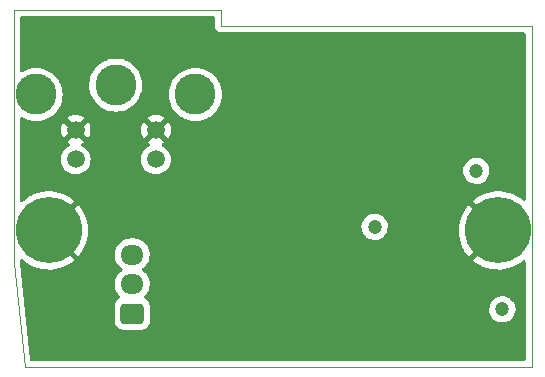
<source format=gbr>
G04 #@! TF.GenerationSoftware,KiCad,Pcbnew,(6.0.10)*
G04 #@! TF.CreationDate,2023-01-19T02:18:08+01:00*
G04 #@! TF.ProjectId,S-VHS ZX Spectrum Rev. D,532d5648-5320-45a5-9820-537065637472,rev?*
G04 #@! TF.SameCoordinates,Original*
G04 #@! TF.FileFunction,Copper,L3,Inr*
G04 #@! TF.FilePolarity,Positive*
%FSLAX46Y46*%
G04 Gerber Fmt 4.6, Leading zero omitted, Abs format (unit mm)*
G04 Created by KiCad (PCBNEW (6.0.10)) date 2023-01-19 02:18:08*
%MOMM*%
%LPD*%
G01*
G04 APERTURE LIST*
G04 Aperture macros list*
%AMRoundRect*
0 Rectangle with rounded corners*
0 $1 Rounding radius*
0 $2 $3 $4 $5 $6 $7 $8 $9 X,Y pos of 4 corners*
0 Add a 4 corners polygon primitive as box body*
4,1,4,$2,$3,$4,$5,$6,$7,$8,$9,$2,$3,0*
0 Add four circle primitives for the rounded corners*
1,1,$1+$1,$2,$3*
1,1,$1+$1,$4,$5*
1,1,$1+$1,$6,$7*
1,1,$1+$1,$8,$9*
0 Add four rect primitives between the rounded corners*
20,1,$1+$1,$2,$3,$4,$5,0*
20,1,$1+$1,$4,$5,$6,$7,0*
20,1,$1+$1,$6,$7,$8,$9,0*
20,1,$1+$1,$8,$9,$2,$3,0*%
G04 Aperture macros list end*
G04 #@! TA.AperFunction,Profile*
%ADD10C,0.050000*%
G04 #@! TD*
G04 #@! TA.AperFunction,ComponentPad*
%ADD11C,5.600000*%
G04 #@! TD*
G04 #@! TA.AperFunction,ComponentPad*
%ADD12C,1.500000*%
G04 #@! TD*
G04 #@! TA.AperFunction,ComponentPad*
%ADD13C,3.465000*%
G04 #@! TD*
G04 #@! TA.AperFunction,ComponentPad*
%ADD14RoundRect,0.250000X0.725000X-0.600000X0.725000X0.600000X-0.725000X0.600000X-0.725000X-0.600000X0*%
G04 #@! TD*
G04 #@! TA.AperFunction,ComponentPad*
%ADD15O,1.950000X1.700000*%
G04 #@! TD*
G04 #@! TA.AperFunction,ViaPad*
%ADD16C,0.600000*%
G04 #@! TD*
G04 #@! TA.AperFunction,ViaPad*
%ADD17C,1.200000*%
G04 #@! TD*
G04 APERTURE END LIST*
D10*
X135763000Y-105283000D02*
X136652000Y-114046000D01*
X179578000Y-85217000D02*
X179578000Y-114046000D01*
X135763000Y-83820000D02*
X135763000Y-105283000D01*
X179578000Y-85217000D02*
X153289000Y-85217000D01*
X153289000Y-83820000D02*
X135763000Y-83820000D01*
X179578000Y-114046000D02*
X136652000Y-114046000D01*
X153289000Y-85217000D02*
X153289000Y-83820000D01*
D11*
X176739000Y-102489000D03*
X138700000Y-102489000D03*
D12*
X140970000Y-93980000D03*
X147770000Y-93980000D03*
X140970000Y-96480000D03*
X147770000Y-96480000D03*
D13*
X137620000Y-90980000D03*
X144370000Y-90180000D03*
X151120000Y-90980000D03*
D14*
X145760000Y-109530000D03*
D15*
X145760000Y-107030000D03*
X145760000Y-104530000D03*
D16*
X162240000Y-102730000D03*
X159455000Y-97005000D03*
X154410000Y-110010000D03*
X164010000Y-106090000D03*
D17*
X174900000Y-97440000D03*
X166290000Y-102180000D03*
X177110000Y-109170000D03*
G04 #@! TA.AperFunction,Conductor*
G36*
X152722621Y-84348502D02*
G01*
X152769114Y-84402158D01*
X152780500Y-84454500D01*
X152780500Y-85208377D01*
X152780498Y-85209147D01*
X152780024Y-85286721D01*
X152782491Y-85295352D01*
X152788150Y-85315153D01*
X152791728Y-85331915D01*
X152795920Y-85361187D01*
X152799634Y-85369355D01*
X152799634Y-85369356D01*
X152806548Y-85384562D01*
X152812996Y-85402086D01*
X152820051Y-85426771D01*
X152824843Y-85434365D01*
X152824844Y-85434368D01*
X152835830Y-85451780D01*
X152843969Y-85466863D01*
X152856208Y-85493782D01*
X152862069Y-85500584D01*
X152872970Y-85513235D01*
X152884073Y-85528239D01*
X152897776Y-85549958D01*
X152904501Y-85555897D01*
X152904504Y-85555901D01*
X152919938Y-85569532D01*
X152931982Y-85581724D01*
X152945427Y-85597327D01*
X152945430Y-85597329D01*
X152951287Y-85604127D01*
X152958816Y-85609007D01*
X152958817Y-85609008D01*
X152972835Y-85618094D01*
X152987709Y-85629385D01*
X153000217Y-85640431D01*
X153006951Y-85646378D01*
X153033711Y-85658942D01*
X153048691Y-85667263D01*
X153065983Y-85678471D01*
X153065988Y-85678473D01*
X153073515Y-85683352D01*
X153082108Y-85685922D01*
X153082113Y-85685924D01*
X153098120Y-85690711D01*
X153115564Y-85697372D01*
X153130676Y-85704467D01*
X153130678Y-85704468D01*
X153138800Y-85708281D01*
X153147667Y-85709662D01*
X153147668Y-85709662D01*
X153157310Y-85711163D01*
X153168017Y-85712830D01*
X153184732Y-85716613D01*
X153204466Y-85722515D01*
X153204472Y-85722516D01*
X153213066Y-85725086D01*
X153222037Y-85725141D01*
X153222038Y-85725141D01*
X153232097Y-85725202D01*
X153247506Y-85725296D01*
X153248289Y-85725329D01*
X153249386Y-85725500D01*
X153280377Y-85725500D01*
X153281147Y-85725502D01*
X153354785Y-85725952D01*
X153354786Y-85725952D01*
X153358721Y-85725976D01*
X153360065Y-85725592D01*
X153361410Y-85725500D01*
X178943500Y-85725500D01*
X179011621Y-85745502D01*
X179058114Y-85799158D01*
X179069500Y-85851500D01*
X179069500Y-99851439D01*
X179049498Y-99919560D01*
X178995842Y-99966053D01*
X178925568Y-99976157D01*
X178867146Y-99951669D01*
X178603813Y-99751064D01*
X178598187Y-99747240D01*
X178297214Y-99565681D01*
X178291202Y-99562484D01*
X177972370Y-99414487D01*
X177966070Y-99411967D01*
X177633129Y-99299273D01*
X177626551Y-99297437D01*
X177283417Y-99221367D01*
X177276678Y-99220251D01*
X176927310Y-99181680D01*
X176920529Y-99181301D01*
X176569015Y-99180687D01*
X176562242Y-99181042D01*
X176212720Y-99218395D01*
X176206010Y-99219482D01*
X175862586Y-99294361D01*
X175856011Y-99296172D01*
X175522683Y-99407702D01*
X175516361Y-99410205D01*
X175197034Y-99557079D01*
X175190991Y-99560265D01*
X174889401Y-99740763D01*
X174883755Y-99744571D01*
X174603408Y-99956596D01*
X174598211Y-99960987D01*
X174596972Y-99962155D01*
X174588950Y-99975862D01*
X174588986Y-99976704D01*
X174594037Y-99984826D01*
X177009115Y-102399905D01*
X177043141Y-102462217D01*
X177038076Y-102533033D01*
X177009115Y-102578095D01*
X176739000Y-102848210D01*
X174595774Y-104991437D01*
X174588160Y-105005381D01*
X174588237Y-105006469D01*
X174590699Y-105010207D01*
X174864632Y-105220404D01*
X174870262Y-105224259D01*
X175170591Y-105406862D01*
X175176593Y-105410080D01*
X175494897Y-105559184D01*
X175501202Y-105561732D01*
X175833743Y-105675587D01*
X175840313Y-105677446D01*
X176183183Y-105754714D01*
X176189912Y-105755853D01*
X176539143Y-105795643D01*
X176545933Y-105796046D01*
X176897419Y-105797886D01*
X176904220Y-105797554D01*
X177253853Y-105761423D01*
X177260581Y-105760357D01*
X177604274Y-105686676D01*
X177610822Y-105684897D01*
X177944549Y-105574527D01*
X177950891Y-105572041D01*
X178270718Y-105426288D01*
X178276777Y-105423121D01*
X178578995Y-105243676D01*
X178584659Y-105239884D01*
X178867847Y-105027261D01*
X178934332Y-105002355D01*
X179003727Y-105017347D01*
X179054001Y-105067478D01*
X179069500Y-105128021D01*
X179069500Y-113411500D01*
X179049498Y-113479621D01*
X178995842Y-113526114D01*
X178943500Y-113537500D01*
X137225388Y-113537500D01*
X137157267Y-113517498D01*
X137110774Y-113463842D01*
X137100031Y-113424217D01*
X136444826Y-106965774D01*
X144273102Y-106965774D01*
X144281751Y-107196158D01*
X144329093Y-107421791D01*
X144413776Y-107636221D01*
X144533377Y-107833317D01*
X144536874Y-107837347D01*
X144623438Y-107937103D01*
X144684477Y-108007445D01*
X144720120Y-108036670D01*
X144760114Y-108095329D01*
X144762046Y-108166299D01*
X144725302Y-108227048D01*
X144706532Y-108241248D01*
X144575579Y-108322285D01*
X144560652Y-108331522D01*
X144435695Y-108456697D01*
X144431855Y-108462927D01*
X144431854Y-108462928D01*
X144354556Y-108588329D01*
X144342885Y-108607262D01*
X144340581Y-108614209D01*
X144297539Y-108743978D01*
X144287203Y-108775139D01*
X144276500Y-108879600D01*
X144276500Y-110180400D01*
X144276837Y-110183646D01*
X144276837Y-110183650D01*
X144286207Y-110273952D01*
X144287474Y-110286166D01*
X144343450Y-110453946D01*
X144436522Y-110604348D01*
X144561697Y-110729305D01*
X144567927Y-110733145D01*
X144567928Y-110733146D01*
X144705090Y-110817694D01*
X144712262Y-110822115D01*
X144792005Y-110848564D01*
X144873611Y-110875632D01*
X144873613Y-110875632D01*
X144880139Y-110877797D01*
X144886975Y-110878497D01*
X144886978Y-110878498D01*
X144930031Y-110882909D01*
X144984600Y-110888500D01*
X146535400Y-110888500D01*
X146538646Y-110888163D01*
X146538650Y-110888163D01*
X146634308Y-110878238D01*
X146634312Y-110878237D01*
X146641166Y-110877526D01*
X146647702Y-110875345D01*
X146647704Y-110875345D01*
X146779806Y-110831272D01*
X146808946Y-110821550D01*
X146959348Y-110728478D01*
X147084305Y-110603303D01*
X147177115Y-110452738D01*
X147232797Y-110284861D01*
X147243500Y-110180400D01*
X147243500Y-109140859D01*
X175997132Y-109140859D01*
X176010457Y-109344151D01*
X176060605Y-109541610D01*
X176145898Y-109726624D01*
X176263479Y-109892997D01*
X176409410Y-110035157D01*
X176414206Y-110038362D01*
X176414209Y-110038364D01*
X176482149Y-110083760D01*
X176578803Y-110148342D01*
X176584106Y-110150620D01*
X176584109Y-110150622D01*
X176673115Y-110188862D01*
X176765987Y-110228763D01*
X176838817Y-110245243D01*
X176959055Y-110272450D01*
X176959060Y-110272451D01*
X176964692Y-110273725D01*
X176970463Y-110273952D01*
X176970465Y-110273952D01*
X177033470Y-110276427D01*
X177168263Y-110281723D01*
X177369883Y-110252490D01*
X177375347Y-110250635D01*
X177375352Y-110250634D01*
X177557327Y-110188862D01*
X177557332Y-110188860D01*
X177562799Y-110187004D01*
X177574592Y-110180400D01*
X177637567Y-110145132D01*
X177740551Y-110087458D01*
X177897186Y-109957186D01*
X178027458Y-109800551D01*
X178127004Y-109622799D01*
X178128860Y-109617332D01*
X178128862Y-109617327D01*
X178190634Y-109435352D01*
X178190635Y-109435347D01*
X178192490Y-109429883D01*
X178221723Y-109228263D01*
X178223249Y-109170000D01*
X178204608Y-108967126D01*
X178149307Y-108771047D01*
X178138680Y-108749496D01*
X178061756Y-108593510D01*
X178059201Y-108588329D01*
X178040796Y-108563681D01*
X177940758Y-108429715D01*
X177940758Y-108429714D01*
X177937305Y-108425091D01*
X177787703Y-108286800D01*
X177714987Y-108240920D01*
X177620288Y-108181169D01*
X177620283Y-108181167D01*
X177615404Y-108178088D01*
X177426180Y-108102595D01*
X177226366Y-108062849D01*
X177220592Y-108062773D01*
X177220588Y-108062773D01*
X177117452Y-108061424D01*
X177022655Y-108060183D01*
X177016958Y-108061162D01*
X177016957Y-108061162D01*
X176827567Y-108093705D01*
X176821870Y-108094684D01*
X176630734Y-108165198D01*
X176625773Y-108168150D01*
X176625772Y-108168150D01*
X176508559Y-108237885D01*
X176455649Y-108269363D01*
X176302478Y-108403690D01*
X176298911Y-108408215D01*
X176298906Y-108408220D01*
X176255778Y-108462928D01*
X176176351Y-108563681D01*
X176173662Y-108568792D01*
X176173660Y-108568795D01*
X176154057Y-108606054D01*
X176081492Y-108743978D01*
X176021078Y-108938543D01*
X175997132Y-109140859D01*
X147243500Y-109140859D01*
X147243500Y-108879600D01*
X147232526Y-108773834D01*
X147220859Y-108738862D01*
X147178868Y-108613002D01*
X147176550Y-108606054D01*
X147083478Y-108455652D01*
X146958303Y-108330695D01*
X146812660Y-108240919D01*
X146765168Y-108188148D01*
X146753744Y-108118076D01*
X146782018Y-108052952D01*
X146791805Y-108042490D01*
X146902278Y-107937103D01*
X146906135Y-107933424D01*
X147043754Y-107748458D01*
X147148240Y-107542949D01*
X147184321Y-107426752D01*
X147215024Y-107327871D01*
X147216607Y-107322773D01*
X147217308Y-107317484D01*
X147246198Y-107099511D01*
X147246198Y-107099506D01*
X147246898Y-107094226D01*
X147238249Y-106863842D01*
X147190907Y-106638209D01*
X147106224Y-106423779D01*
X146986623Y-106226683D01*
X146899755Y-106126576D01*
X146839023Y-106056588D01*
X146839021Y-106056586D01*
X146835523Y-106052555D01*
X146793970Y-106018484D01*
X146661373Y-105909760D01*
X146661367Y-105909756D01*
X146657245Y-105906376D01*
X146625750Y-105888448D01*
X146576445Y-105837368D01*
X146562583Y-105767738D01*
X146588566Y-105701667D01*
X146617716Y-105674427D01*
X146653642Y-105650240D01*
X146739319Y-105592559D01*
X146758222Y-105574527D01*
X146902278Y-105437103D01*
X146906135Y-105433424D01*
X146923504Y-105410080D01*
X147040568Y-105252740D01*
X147043754Y-105248458D01*
X147046186Y-105243676D01*
X147104987Y-105128021D01*
X147148240Y-105042949D01*
X147152619Y-105028849D01*
X147215024Y-104827871D01*
X147216607Y-104822773D01*
X147217308Y-104817484D01*
X147246198Y-104599511D01*
X147246198Y-104599506D01*
X147246898Y-104594226D01*
X147238249Y-104363842D01*
X147190907Y-104138209D01*
X147106224Y-103923779D01*
X147093348Y-103902559D01*
X146989390Y-103731243D01*
X146986623Y-103726683D01*
X146899755Y-103626576D01*
X146839023Y-103556588D01*
X146839021Y-103556586D01*
X146835523Y-103552555D01*
X146793970Y-103518484D01*
X146661373Y-103409760D01*
X146661367Y-103409756D01*
X146657245Y-103406376D01*
X146652609Y-103403737D01*
X146652606Y-103403735D01*
X146461529Y-103294968D01*
X146456886Y-103292325D01*
X146240175Y-103213663D01*
X146234926Y-103212714D01*
X146234923Y-103212713D01*
X146017392Y-103173377D01*
X146017385Y-103173376D01*
X146013308Y-103172639D01*
X145995586Y-103171803D01*
X145990644Y-103171570D01*
X145990637Y-103171570D01*
X145989156Y-103171500D01*
X145577110Y-103171500D01*
X145510191Y-103177178D01*
X145410591Y-103185629D01*
X145410587Y-103185630D01*
X145405280Y-103186080D01*
X145400125Y-103187418D01*
X145400119Y-103187419D01*
X145187297Y-103242657D01*
X145187293Y-103242658D01*
X145182128Y-103243999D01*
X145177262Y-103246191D01*
X145177259Y-103246192D01*
X145068980Y-103294968D01*
X144971925Y-103338688D01*
X144780681Y-103467441D01*
X144613865Y-103626576D01*
X144476246Y-103811542D01*
X144371760Y-104017051D01*
X144370178Y-104022145D01*
X144370177Y-104022148D01*
X144320445Y-104182310D01*
X144303393Y-104237227D01*
X144302692Y-104242516D01*
X144287304Y-104358623D01*
X144273102Y-104465774D01*
X144273302Y-104471103D01*
X144273302Y-104471105D01*
X144274669Y-104507514D01*
X144281751Y-104696158D01*
X144329093Y-104921791D01*
X144331051Y-104926750D01*
X144331052Y-104926752D01*
X144410538Y-105128021D01*
X144413776Y-105136221D01*
X144416543Y-105140780D01*
X144416544Y-105140783D01*
X144467199Y-105224259D01*
X144533377Y-105333317D01*
X144536874Y-105337347D01*
X144623438Y-105437103D01*
X144684477Y-105507445D01*
X144688608Y-105510832D01*
X144858627Y-105650240D01*
X144858633Y-105650244D01*
X144862755Y-105653624D01*
X144894250Y-105671552D01*
X144943555Y-105722632D01*
X144957417Y-105792262D01*
X144931434Y-105858333D01*
X144902284Y-105885573D01*
X144780681Y-105967441D01*
X144613865Y-106126576D01*
X144476246Y-106311542D01*
X144371760Y-106517051D01*
X144370178Y-106522145D01*
X144370177Y-106522148D01*
X144308115Y-106722020D01*
X144303393Y-106737227D01*
X144302692Y-106742516D01*
X144287304Y-106858623D01*
X144273102Y-106965774D01*
X136444826Y-106965774D01*
X136272143Y-105263611D01*
X136271500Y-105250894D01*
X136271500Y-105038569D01*
X136291502Y-104970448D01*
X136345158Y-104923955D01*
X136415432Y-104913851D01*
X136484551Y-104947475D01*
X136541614Y-105002006D01*
X136546782Y-105006434D01*
X136825632Y-105220404D01*
X136831262Y-105224259D01*
X137131591Y-105406862D01*
X137137593Y-105410080D01*
X137455897Y-105559184D01*
X137462202Y-105561732D01*
X137794743Y-105675587D01*
X137801313Y-105677446D01*
X138144183Y-105754714D01*
X138150912Y-105755853D01*
X138500143Y-105795643D01*
X138506933Y-105796046D01*
X138858419Y-105797886D01*
X138865220Y-105797554D01*
X139214853Y-105761423D01*
X139221581Y-105760357D01*
X139565274Y-105686676D01*
X139571822Y-105684897D01*
X139905549Y-105574527D01*
X139911891Y-105572041D01*
X140231718Y-105426288D01*
X140237777Y-105423121D01*
X140539995Y-105243676D01*
X140545659Y-105239884D01*
X140826732Y-105028849D01*
X140831958Y-105024464D01*
X140841613Y-105015428D01*
X140849682Y-105001750D01*
X140849654Y-105001024D01*
X140844512Y-104992723D01*
X138429885Y-102578095D01*
X138395859Y-102515783D01*
X138397694Y-102490131D01*
X139064408Y-102490131D01*
X139064539Y-102491966D01*
X139068790Y-102498580D01*
X141199009Y-104628798D01*
X141212605Y-104636223D01*
X141222218Y-104629522D01*
X141322518Y-104512912D01*
X141326676Y-104507514D01*
X141525762Y-104217840D01*
X141529310Y-104212029D01*
X141695942Y-103902559D01*
X141698849Y-103896381D01*
X141831090Y-103570713D01*
X141833304Y-103564283D01*
X141929598Y-103226237D01*
X141931105Y-103219607D01*
X141990332Y-102873118D01*
X141991112Y-102866378D01*
X142012668Y-102513925D01*
X142012784Y-102510323D01*
X142012853Y-102490819D01*
X142012761Y-102487194D01*
X141994546Y-102150859D01*
X165177132Y-102150859D01*
X165190457Y-102354151D01*
X165240605Y-102551610D01*
X165325898Y-102736624D01*
X165443479Y-102902997D01*
X165589410Y-103045157D01*
X165594206Y-103048362D01*
X165594209Y-103048364D01*
X165662149Y-103093760D01*
X165758803Y-103158342D01*
X165764106Y-103160620D01*
X165764109Y-103160622D01*
X165853115Y-103198862D01*
X165945987Y-103238763D01*
X165978819Y-103246192D01*
X166139055Y-103282450D01*
X166139060Y-103282451D01*
X166144692Y-103283725D01*
X166150463Y-103283952D01*
X166150465Y-103283952D01*
X166213470Y-103286427D01*
X166348263Y-103291723D01*
X166549883Y-103262490D01*
X166555347Y-103260635D01*
X166555352Y-103260634D01*
X166737327Y-103198862D01*
X166737332Y-103198860D01*
X166742799Y-103197004D01*
X166751060Y-103192378D01*
X166817567Y-103155132D01*
X166920551Y-103097458D01*
X167077186Y-102967186D01*
X167207458Y-102810551D01*
X167307004Y-102632799D01*
X167308860Y-102627332D01*
X167308862Y-102627327D01*
X167358590Y-102480832D01*
X173426333Y-102480832D01*
X173444117Y-102831893D01*
X173444827Y-102838649D01*
X173500420Y-103185723D01*
X173501859Y-103192378D01*
X173594608Y-103531410D01*
X173596757Y-103537871D01*
X173725581Y-103864912D01*
X173728412Y-103871095D01*
X173891803Y-104182310D01*
X173895286Y-104188152D01*
X174091330Y-104479896D01*
X174095433Y-104485340D01*
X174215425Y-104627836D01*
X174228164Y-104636279D01*
X174238608Y-104630181D01*
X176366980Y-102501810D01*
X176374592Y-102487869D01*
X176374461Y-102486034D01*
X176370210Y-102479420D01*
X174239992Y-100349203D01*
X174226455Y-100341811D01*
X174216753Y-100348599D01*
X174109430Y-100474257D01*
X174105296Y-100479664D01*
X173907215Y-100770041D01*
X173903697Y-100775851D01*
X173738134Y-101085922D01*
X173735259Y-101092087D01*
X173604155Y-101418218D01*
X173601962Y-101424658D01*
X173506846Y-101763044D01*
X173505363Y-101769679D01*
X173447350Y-102116354D01*
X173446591Y-102123126D01*
X173426357Y-102474037D01*
X173426333Y-102480832D01*
X167358590Y-102480832D01*
X167370634Y-102445352D01*
X167370635Y-102445347D01*
X167372490Y-102439883D01*
X167401723Y-102238263D01*
X167403249Y-102180000D01*
X167384608Y-101977126D01*
X167329307Y-101781047D01*
X167325987Y-101774313D01*
X167241756Y-101603510D01*
X167239201Y-101598329D01*
X167220796Y-101573681D01*
X167120758Y-101439715D01*
X167120758Y-101439714D01*
X167117305Y-101435091D01*
X166967703Y-101296800D01*
X166921675Y-101267759D01*
X166800288Y-101191169D01*
X166800283Y-101191167D01*
X166795404Y-101188088D01*
X166606180Y-101112595D01*
X166406366Y-101072849D01*
X166400592Y-101072773D01*
X166400588Y-101072773D01*
X166297452Y-101071424D01*
X166202655Y-101070183D01*
X166196958Y-101071162D01*
X166196957Y-101071162D01*
X166014126Y-101102578D01*
X166001870Y-101104684D01*
X165810734Y-101175198D01*
X165635649Y-101279363D01*
X165482478Y-101413690D01*
X165478911Y-101418215D01*
X165478906Y-101418220D01*
X165392331Y-101528040D01*
X165356351Y-101573681D01*
X165261492Y-101753978D01*
X165201078Y-101948543D01*
X165177132Y-102150859D01*
X141994546Y-102150859D01*
X141993666Y-102134615D01*
X141992931Y-102127849D01*
X141936130Y-101780985D01*
X141934663Y-101774313D01*
X141840736Y-101435627D01*
X141838562Y-101429163D01*
X141708598Y-101102578D01*
X141705742Y-101096398D01*
X141541269Y-100785763D01*
X141537769Y-100779937D01*
X141340697Y-100488862D01*
X141336590Y-100483453D01*
X141223565Y-100350179D01*
X141210740Y-100341743D01*
X141200416Y-100347795D01*
X139072020Y-102476190D01*
X139064408Y-102490131D01*
X138397694Y-102490131D01*
X138400924Y-102444967D01*
X138429885Y-102399905D01*
X138700000Y-102129790D01*
X140842798Y-99986991D01*
X140850412Y-99973047D01*
X140850344Y-99972090D01*
X140845834Y-99965271D01*
X140844418Y-99964065D01*
X140564813Y-99751064D01*
X140559187Y-99747240D01*
X140258214Y-99565681D01*
X140252202Y-99562484D01*
X139933370Y-99414487D01*
X139927070Y-99411967D01*
X139594129Y-99299273D01*
X139587551Y-99297437D01*
X139244417Y-99221367D01*
X139237678Y-99220251D01*
X138888310Y-99181680D01*
X138881529Y-99181301D01*
X138530015Y-99180687D01*
X138523242Y-99181042D01*
X138173720Y-99218395D01*
X138167010Y-99219482D01*
X137823586Y-99294361D01*
X137817011Y-99296172D01*
X137483683Y-99407702D01*
X137477361Y-99410205D01*
X137158034Y-99557079D01*
X137151991Y-99560265D01*
X136850401Y-99740763D01*
X136844755Y-99744571D01*
X136564413Y-99956592D01*
X136559212Y-99960987D01*
X136483914Y-100031945D01*
X136420619Y-100064107D01*
X136349985Y-100056944D01*
X136294436Y-100012730D01*
X136271500Y-99940246D01*
X136271500Y-96480000D01*
X139706693Y-96480000D01*
X139725885Y-96699371D01*
X139782880Y-96912076D01*
X139785205Y-96917061D01*
X139873618Y-97106666D01*
X139873621Y-97106671D01*
X139875944Y-97111653D01*
X140002251Y-97292038D01*
X140157962Y-97447749D01*
X140338346Y-97574056D01*
X140537924Y-97667120D01*
X140750629Y-97724115D01*
X140970000Y-97743307D01*
X141189371Y-97724115D01*
X141402076Y-97667120D01*
X141601654Y-97574056D01*
X141782038Y-97447749D01*
X141937749Y-97292038D01*
X142064056Y-97111653D01*
X142066379Y-97106671D01*
X142066382Y-97106666D01*
X142154795Y-96917061D01*
X142157120Y-96912076D01*
X142214115Y-96699371D01*
X142233307Y-96480000D01*
X146506693Y-96480000D01*
X146525885Y-96699371D01*
X146582880Y-96912076D01*
X146585205Y-96917061D01*
X146673618Y-97106666D01*
X146673621Y-97106671D01*
X146675944Y-97111653D01*
X146802251Y-97292038D01*
X146957962Y-97447749D01*
X147138346Y-97574056D01*
X147337924Y-97667120D01*
X147550629Y-97724115D01*
X147770000Y-97743307D01*
X147989371Y-97724115D01*
X148202076Y-97667120D01*
X148401654Y-97574056D01*
X148582038Y-97447749D01*
X148618928Y-97410859D01*
X173787132Y-97410859D01*
X173800457Y-97614151D01*
X173850605Y-97811610D01*
X173935898Y-97996624D01*
X174053479Y-98162997D01*
X174199410Y-98305157D01*
X174204206Y-98308362D01*
X174204209Y-98308364D01*
X174272149Y-98353760D01*
X174368803Y-98418342D01*
X174374106Y-98420620D01*
X174374109Y-98420622D01*
X174463115Y-98458862D01*
X174555987Y-98498763D01*
X174628817Y-98515243D01*
X174749055Y-98542450D01*
X174749060Y-98542451D01*
X174754692Y-98543725D01*
X174760463Y-98543952D01*
X174760465Y-98543952D01*
X174823470Y-98546427D01*
X174958263Y-98551723D01*
X175159883Y-98522490D01*
X175165347Y-98520635D01*
X175165352Y-98520634D01*
X175347327Y-98458862D01*
X175347332Y-98458860D01*
X175352799Y-98457004D01*
X175530551Y-98357458D01*
X175687186Y-98227186D01*
X175817458Y-98070551D01*
X175917004Y-97892799D01*
X175918860Y-97887332D01*
X175918862Y-97887327D01*
X175980634Y-97705352D01*
X175980635Y-97705347D01*
X175982490Y-97699883D01*
X176011723Y-97498263D01*
X176013249Y-97440000D01*
X175994608Y-97237126D01*
X175939307Y-97041047D01*
X175928680Y-97019496D01*
X175851756Y-96863510D01*
X175849201Y-96858329D01*
X175830796Y-96833681D01*
X175730758Y-96699715D01*
X175730758Y-96699714D01*
X175727305Y-96695091D01*
X175577703Y-96556800D01*
X175531675Y-96527759D01*
X175410288Y-96451169D01*
X175410283Y-96451167D01*
X175405404Y-96448088D01*
X175216180Y-96372595D01*
X175016366Y-96332849D01*
X175010592Y-96332773D01*
X175010588Y-96332773D01*
X174907452Y-96331424D01*
X174812655Y-96330183D01*
X174806958Y-96331162D01*
X174806957Y-96331162D01*
X174617567Y-96363705D01*
X174611870Y-96364684D01*
X174420734Y-96435198D01*
X174245649Y-96539363D01*
X174092478Y-96673690D01*
X174088911Y-96678215D01*
X174088906Y-96678220D01*
X174002331Y-96788040D01*
X173966351Y-96833681D01*
X173963662Y-96838792D01*
X173963660Y-96838795D01*
X173925105Y-96912076D01*
X173871492Y-97013978D01*
X173811078Y-97208543D01*
X173787132Y-97410859D01*
X148618928Y-97410859D01*
X148737749Y-97292038D01*
X148864056Y-97111653D01*
X148866379Y-97106671D01*
X148866382Y-97106666D01*
X148954795Y-96917061D01*
X148957120Y-96912076D01*
X149014115Y-96699371D01*
X149033307Y-96480000D01*
X149014115Y-96260629D01*
X148957120Y-96047924D01*
X148913585Y-95954562D01*
X148866382Y-95853334D01*
X148866379Y-95853329D01*
X148864056Y-95848347D01*
X148737749Y-95667962D01*
X148582038Y-95512251D01*
X148401654Y-95385944D01*
X148396672Y-95383621D01*
X148396667Y-95383618D01*
X148311531Y-95343919D01*
X148258246Y-95297002D01*
X148238785Y-95228724D01*
X148259327Y-95160765D01*
X148311531Y-95115529D01*
X148396416Y-95075947D01*
X148405912Y-95070464D01*
X148447148Y-95041590D01*
X148455523Y-95031112D01*
X148448457Y-95017668D01*
X147782811Y-94352021D01*
X147768868Y-94344408D01*
X147767034Y-94344539D01*
X147760420Y-94348790D01*
X147090820Y-95018391D01*
X147084393Y-95030161D01*
X147093687Y-95042175D01*
X147134088Y-95070464D01*
X147143584Y-95075947D01*
X147228469Y-95115529D01*
X147281754Y-95162446D01*
X147301215Y-95230724D01*
X147280673Y-95298684D01*
X147228469Y-95343919D01*
X147143334Y-95383618D01*
X147143329Y-95383621D01*
X147138347Y-95385944D01*
X147133840Y-95389100D01*
X147133838Y-95389101D01*
X146962473Y-95509092D01*
X146962470Y-95509094D01*
X146957962Y-95512251D01*
X146802251Y-95667962D01*
X146675944Y-95848347D01*
X146673621Y-95853329D01*
X146673618Y-95853334D01*
X146626415Y-95954562D01*
X146582880Y-96047924D01*
X146525885Y-96260629D01*
X146506693Y-96480000D01*
X142233307Y-96480000D01*
X142214115Y-96260629D01*
X142157120Y-96047924D01*
X142113585Y-95954562D01*
X142066382Y-95853334D01*
X142066379Y-95853329D01*
X142064056Y-95848347D01*
X141937749Y-95667962D01*
X141782038Y-95512251D01*
X141601654Y-95385944D01*
X141596672Y-95383621D01*
X141596667Y-95383618D01*
X141511531Y-95343919D01*
X141458246Y-95297002D01*
X141438785Y-95228724D01*
X141459327Y-95160765D01*
X141511531Y-95115529D01*
X141596416Y-95075947D01*
X141605912Y-95070464D01*
X141647148Y-95041590D01*
X141655523Y-95031112D01*
X141648457Y-95017668D01*
X140982811Y-94352021D01*
X140968868Y-94344408D01*
X140967034Y-94344539D01*
X140960420Y-94348790D01*
X140290820Y-95018391D01*
X140284393Y-95030161D01*
X140293687Y-95042175D01*
X140334088Y-95070464D01*
X140343584Y-95075947D01*
X140428469Y-95115529D01*
X140481754Y-95162446D01*
X140501215Y-95230724D01*
X140480673Y-95298684D01*
X140428469Y-95343919D01*
X140343334Y-95383618D01*
X140343329Y-95383621D01*
X140338347Y-95385944D01*
X140333840Y-95389100D01*
X140333838Y-95389101D01*
X140162473Y-95509092D01*
X140162470Y-95509094D01*
X140157962Y-95512251D01*
X140002251Y-95667962D01*
X139875944Y-95848347D01*
X139873621Y-95853329D01*
X139873618Y-95853334D01*
X139826415Y-95954562D01*
X139782880Y-96047924D01*
X139725885Y-96260629D01*
X139706693Y-96480000D01*
X136271500Y-96480000D01*
X136271500Y-93985475D01*
X139707674Y-93985475D01*
X139725901Y-94193804D01*
X139727804Y-94204599D01*
X139781928Y-94406595D01*
X139785674Y-94416887D01*
X139874054Y-94606417D01*
X139879534Y-94615907D01*
X139908411Y-94657149D01*
X139918887Y-94665523D01*
X139932334Y-94658455D01*
X140597979Y-93992811D01*
X140604356Y-93981132D01*
X141334408Y-93981132D01*
X141334539Y-93982966D01*
X141338790Y-93989580D01*
X142008391Y-94659180D01*
X142020161Y-94665607D01*
X142032176Y-94656311D01*
X142060466Y-94615907D01*
X142065946Y-94606417D01*
X142154326Y-94416887D01*
X142158072Y-94406595D01*
X142212196Y-94204599D01*
X142214099Y-94193804D01*
X142232326Y-93985475D01*
X146507674Y-93985475D01*
X146525901Y-94193804D01*
X146527804Y-94204599D01*
X146581928Y-94406595D01*
X146585674Y-94416887D01*
X146674054Y-94606417D01*
X146679534Y-94615907D01*
X146708411Y-94657149D01*
X146718887Y-94665523D01*
X146732334Y-94658455D01*
X147397979Y-93992811D01*
X147404356Y-93981132D01*
X148134408Y-93981132D01*
X148134539Y-93982966D01*
X148138790Y-93989580D01*
X148808391Y-94659180D01*
X148820161Y-94665607D01*
X148832176Y-94656311D01*
X148860466Y-94615907D01*
X148865946Y-94606417D01*
X148954326Y-94416887D01*
X148958072Y-94406595D01*
X149012196Y-94204599D01*
X149014099Y-94193804D01*
X149032326Y-93985475D01*
X149032326Y-93974525D01*
X149014099Y-93766196D01*
X149012196Y-93755401D01*
X148958072Y-93553405D01*
X148954326Y-93543113D01*
X148865946Y-93353583D01*
X148860466Y-93344093D01*
X148831589Y-93302851D01*
X148821113Y-93294477D01*
X148807666Y-93301545D01*
X148142021Y-93967189D01*
X148134408Y-93981132D01*
X147404356Y-93981132D01*
X147405592Y-93978868D01*
X147405461Y-93977034D01*
X147401210Y-93970420D01*
X146731609Y-93300820D01*
X146719839Y-93294393D01*
X146707824Y-93303689D01*
X146679534Y-93344093D01*
X146674054Y-93353583D01*
X146585674Y-93543113D01*
X146581928Y-93553405D01*
X146527804Y-93755401D01*
X146525901Y-93766196D01*
X146507674Y-93974525D01*
X146507674Y-93985475D01*
X142232326Y-93985475D01*
X142232326Y-93974525D01*
X142214099Y-93766196D01*
X142212196Y-93755401D01*
X142158072Y-93553405D01*
X142154326Y-93543113D01*
X142065946Y-93353583D01*
X142060466Y-93344093D01*
X142031589Y-93302851D01*
X142021113Y-93294477D01*
X142007666Y-93301545D01*
X141342021Y-93967189D01*
X141334408Y-93981132D01*
X140604356Y-93981132D01*
X140605592Y-93978868D01*
X140605461Y-93977034D01*
X140601210Y-93970420D01*
X139931609Y-93300820D01*
X139919839Y-93294393D01*
X139907824Y-93303689D01*
X139879534Y-93344093D01*
X139874054Y-93353583D01*
X139785674Y-93543113D01*
X139781928Y-93553405D01*
X139727804Y-93755401D01*
X139725901Y-93766196D01*
X139707674Y-93974525D01*
X139707674Y-93985475D01*
X136271500Y-93985475D01*
X136271500Y-93009918D01*
X136291502Y-92941797D01*
X136345158Y-92895304D01*
X136415432Y-92885200D01*
X136467503Y-92905153D01*
X136497096Y-92924927D01*
X136500795Y-92926751D01*
X136500800Y-92926754D01*
X136635967Y-92993410D01*
X136760566Y-93054856D01*
X136764471Y-93056181D01*
X136764472Y-93056182D01*
X137034835Y-93147958D01*
X137034838Y-93147959D01*
X137038742Y-93149284D01*
X137042781Y-93150087D01*
X137042787Y-93150089D01*
X137322820Y-93205791D01*
X137322823Y-93205791D01*
X137326863Y-93206595D01*
X137330974Y-93206864D01*
X137330978Y-93206865D01*
X137615881Y-93225538D01*
X137620000Y-93225808D01*
X137624119Y-93225538D01*
X137909022Y-93206865D01*
X137909026Y-93206864D01*
X137913137Y-93206595D01*
X137917177Y-93205791D01*
X137917180Y-93205791D01*
X138197213Y-93150089D01*
X138197219Y-93150087D01*
X138201258Y-93149284D01*
X138205162Y-93147959D01*
X138205165Y-93147958D01*
X138475528Y-93056182D01*
X138475529Y-93056181D01*
X138479434Y-93054856D01*
X138604033Y-92993410D01*
X138734875Y-92928887D01*
X140284477Y-92928887D01*
X140291545Y-92942334D01*
X140957189Y-93607979D01*
X140971132Y-93615592D01*
X140972966Y-93615461D01*
X140979580Y-93611210D01*
X141649180Y-92941609D01*
X141655607Y-92929839D01*
X141654871Y-92928887D01*
X147084477Y-92928887D01*
X147091545Y-92942334D01*
X147757189Y-93607979D01*
X147771132Y-93615592D01*
X147772966Y-93615461D01*
X147779580Y-93611210D01*
X148449180Y-92941609D01*
X148455607Y-92929839D01*
X148446313Y-92917825D01*
X148405912Y-92889536D01*
X148396416Y-92884053D01*
X148206887Y-92795674D01*
X148196595Y-92791928D01*
X147994599Y-92737804D01*
X147983804Y-92735901D01*
X147775475Y-92717674D01*
X147764525Y-92717674D01*
X147556196Y-92735901D01*
X147545401Y-92737804D01*
X147343405Y-92791928D01*
X147333113Y-92795674D01*
X147143583Y-92884054D01*
X147134093Y-92889534D01*
X147092851Y-92918411D01*
X147084477Y-92928887D01*
X141654871Y-92928887D01*
X141646313Y-92917825D01*
X141605912Y-92889536D01*
X141596416Y-92884053D01*
X141406887Y-92795674D01*
X141396595Y-92791928D01*
X141194599Y-92737804D01*
X141183804Y-92735901D01*
X140975475Y-92717674D01*
X140964525Y-92717674D01*
X140756196Y-92735901D01*
X140745401Y-92737804D01*
X140543405Y-92791928D01*
X140533113Y-92795674D01*
X140343583Y-92884054D01*
X140334093Y-92889534D01*
X140292851Y-92918411D01*
X140284477Y-92928887D01*
X138734875Y-92928887D01*
X138739200Y-92926754D01*
X138739205Y-92926751D01*
X138742904Y-92924927D01*
X138987161Y-92761719D01*
X139208026Y-92568026D01*
X139401719Y-92347161D01*
X139564927Y-92102904D01*
X139694856Y-91839434D01*
X139789284Y-91561258D01*
X139791471Y-91550267D01*
X139845791Y-91277180D01*
X139845791Y-91277177D01*
X139846595Y-91273137D01*
X139865808Y-90980000D01*
X139846595Y-90686863D01*
X139845791Y-90682820D01*
X139790089Y-90402787D01*
X139790087Y-90402781D01*
X139789284Y-90398742D01*
X139715031Y-90180000D01*
X142124192Y-90180000D01*
X142143405Y-90473137D01*
X142144209Y-90477177D01*
X142144209Y-90477180D01*
X142185114Y-90682820D01*
X142200716Y-90761258D01*
X142295144Y-91039434D01*
X142296968Y-91043132D01*
X142410394Y-91273137D01*
X142425073Y-91302904D01*
X142588281Y-91547161D01*
X142781974Y-91768026D01*
X143002839Y-91961719D01*
X143247096Y-92124927D01*
X143250795Y-92126751D01*
X143250800Y-92126754D01*
X143385967Y-92193410D01*
X143510566Y-92254856D01*
X143514471Y-92256181D01*
X143514472Y-92256182D01*
X143784835Y-92347958D01*
X143784838Y-92347959D01*
X143788742Y-92349284D01*
X143792781Y-92350087D01*
X143792787Y-92350089D01*
X144072820Y-92405791D01*
X144072823Y-92405791D01*
X144076863Y-92406595D01*
X144080974Y-92406864D01*
X144080978Y-92406865D01*
X144365881Y-92425538D01*
X144370000Y-92425808D01*
X144374119Y-92425538D01*
X144659022Y-92406865D01*
X144659026Y-92406864D01*
X144663137Y-92406595D01*
X144667177Y-92405791D01*
X144667180Y-92405791D01*
X144947213Y-92350089D01*
X144947219Y-92350087D01*
X144951258Y-92349284D01*
X144955162Y-92347959D01*
X144955165Y-92347958D01*
X145225528Y-92256182D01*
X145225529Y-92256181D01*
X145229434Y-92254856D01*
X145354033Y-92193410D01*
X145489200Y-92126754D01*
X145489205Y-92126751D01*
X145492904Y-92124927D01*
X145737161Y-91961719D01*
X145958026Y-91768026D01*
X146151719Y-91547161D01*
X146314927Y-91302904D01*
X146329607Y-91273137D01*
X146443032Y-91043132D01*
X146444856Y-91039434D01*
X146465031Y-90980000D01*
X148874192Y-90980000D01*
X148893405Y-91273137D01*
X148894209Y-91277177D01*
X148894209Y-91277180D01*
X148948530Y-91550267D01*
X148950716Y-91561258D01*
X149045144Y-91839434D01*
X149175073Y-92102904D01*
X149338281Y-92347161D01*
X149531974Y-92568026D01*
X149752839Y-92761719D01*
X149997096Y-92924927D01*
X150000795Y-92926751D01*
X150000800Y-92926754D01*
X150135967Y-92993410D01*
X150260566Y-93054856D01*
X150264471Y-93056181D01*
X150264472Y-93056182D01*
X150534835Y-93147958D01*
X150534838Y-93147959D01*
X150538742Y-93149284D01*
X150542781Y-93150087D01*
X150542787Y-93150089D01*
X150822820Y-93205791D01*
X150822823Y-93205791D01*
X150826863Y-93206595D01*
X150830974Y-93206864D01*
X150830978Y-93206865D01*
X151115881Y-93225538D01*
X151120000Y-93225808D01*
X151124119Y-93225538D01*
X151409022Y-93206865D01*
X151409026Y-93206864D01*
X151413137Y-93206595D01*
X151417177Y-93205791D01*
X151417180Y-93205791D01*
X151697213Y-93150089D01*
X151697219Y-93150087D01*
X151701258Y-93149284D01*
X151705162Y-93147959D01*
X151705165Y-93147958D01*
X151975528Y-93056182D01*
X151975529Y-93056181D01*
X151979434Y-93054856D01*
X152104033Y-92993410D01*
X152239200Y-92926754D01*
X152239205Y-92926751D01*
X152242904Y-92924927D01*
X152487161Y-92761719D01*
X152708026Y-92568026D01*
X152901719Y-92347161D01*
X153064927Y-92102904D01*
X153194856Y-91839434D01*
X153289284Y-91561258D01*
X153291471Y-91550267D01*
X153345791Y-91277180D01*
X153345791Y-91277177D01*
X153346595Y-91273137D01*
X153365808Y-90980000D01*
X153346595Y-90686863D01*
X153345791Y-90682820D01*
X153290089Y-90402787D01*
X153290087Y-90402781D01*
X153289284Y-90398742D01*
X153194856Y-90120566D01*
X153081636Y-89890978D01*
X153066754Y-89860800D01*
X153066751Y-89860795D01*
X153064927Y-89857096D01*
X152901719Y-89612839D01*
X152708026Y-89391974D01*
X152487161Y-89198281D01*
X152242904Y-89035073D01*
X152239205Y-89033249D01*
X152239200Y-89033246D01*
X152070559Y-88950082D01*
X151979434Y-88905144D01*
X151975528Y-88903818D01*
X151705165Y-88812042D01*
X151705162Y-88812041D01*
X151701258Y-88810716D01*
X151697219Y-88809913D01*
X151697213Y-88809911D01*
X151417180Y-88754209D01*
X151417177Y-88754209D01*
X151413137Y-88753405D01*
X151409026Y-88753136D01*
X151409022Y-88753135D01*
X151124119Y-88734462D01*
X151120000Y-88734192D01*
X151115881Y-88734462D01*
X150830978Y-88753135D01*
X150830974Y-88753136D01*
X150826863Y-88753405D01*
X150822823Y-88754209D01*
X150822820Y-88754209D01*
X150542787Y-88809911D01*
X150542781Y-88809913D01*
X150538742Y-88810716D01*
X150534838Y-88812041D01*
X150534835Y-88812042D01*
X150264472Y-88903818D01*
X150260566Y-88905144D01*
X150169441Y-88950082D01*
X150000800Y-89033246D01*
X150000795Y-89033249D01*
X149997096Y-89035073D01*
X149752839Y-89198281D01*
X149531974Y-89391974D01*
X149338281Y-89612839D01*
X149175073Y-89857096D01*
X149173249Y-89860795D01*
X149173246Y-89860800D01*
X149158364Y-89890978D01*
X149045144Y-90120566D01*
X148950716Y-90398742D01*
X148949913Y-90402781D01*
X148949911Y-90402787D01*
X148894209Y-90682820D01*
X148893405Y-90686863D01*
X148874192Y-90980000D01*
X146465031Y-90980000D01*
X146539284Y-90761258D01*
X146554887Y-90682820D01*
X146595791Y-90477180D01*
X146595791Y-90477177D01*
X146596595Y-90473137D01*
X146615808Y-90180000D01*
X146596595Y-89886863D01*
X146589991Y-89853663D01*
X146540089Y-89602787D01*
X146540087Y-89602781D01*
X146539284Y-89598742D01*
X146444856Y-89320566D01*
X146314927Y-89057096D01*
X146151719Y-88812839D01*
X145958026Y-88591974D01*
X145737161Y-88398281D01*
X145492904Y-88235073D01*
X145489205Y-88233249D01*
X145489200Y-88233246D01*
X145354033Y-88166590D01*
X145229434Y-88105144D01*
X145225528Y-88103818D01*
X144955165Y-88012042D01*
X144955162Y-88012041D01*
X144951258Y-88010716D01*
X144947219Y-88009913D01*
X144947213Y-88009911D01*
X144667180Y-87954209D01*
X144667177Y-87954209D01*
X144663137Y-87953405D01*
X144659026Y-87953136D01*
X144659022Y-87953135D01*
X144374119Y-87934462D01*
X144370000Y-87934192D01*
X144365881Y-87934462D01*
X144080978Y-87953135D01*
X144080974Y-87953136D01*
X144076863Y-87953405D01*
X144072823Y-87954209D01*
X144072820Y-87954209D01*
X143792787Y-88009911D01*
X143792781Y-88009913D01*
X143788742Y-88010716D01*
X143784838Y-88012041D01*
X143784835Y-88012042D01*
X143514472Y-88103818D01*
X143510566Y-88105144D01*
X143385967Y-88166590D01*
X143250800Y-88233246D01*
X143250795Y-88233249D01*
X143247096Y-88235073D01*
X143002839Y-88398281D01*
X142781974Y-88591974D01*
X142588281Y-88812839D01*
X142425073Y-89057096D01*
X142295144Y-89320566D01*
X142200716Y-89598742D01*
X142199913Y-89602781D01*
X142199911Y-89602787D01*
X142150009Y-89853663D01*
X142143405Y-89886863D01*
X142124192Y-90180000D01*
X139715031Y-90180000D01*
X139694856Y-90120566D01*
X139581636Y-89890978D01*
X139566754Y-89860800D01*
X139566751Y-89860795D01*
X139564927Y-89857096D01*
X139401719Y-89612839D01*
X139208026Y-89391974D01*
X138987161Y-89198281D01*
X138742904Y-89035073D01*
X138739205Y-89033249D01*
X138739200Y-89033246D01*
X138570559Y-88950082D01*
X138479434Y-88905144D01*
X138475528Y-88903818D01*
X138205165Y-88812042D01*
X138205162Y-88812041D01*
X138201258Y-88810716D01*
X138197219Y-88809913D01*
X138197213Y-88809911D01*
X137917180Y-88754209D01*
X137917177Y-88754209D01*
X137913137Y-88753405D01*
X137909026Y-88753136D01*
X137909022Y-88753135D01*
X137624119Y-88734462D01*
X137620000Y-88734192D01*
X137615881Y-88734462D01*
X137330978Y-88753135D01*
X137330974Y-88753136D01*
X137326863Y-88753405D01*
X137322823Y-88754209D01*
X137322820Y-88754209D01*
X137042787Y-88809911D01*
X137042781Y-88809913D01*
X137038742Y-88810716D01*
X137034838Y-88812041D01*
X137034835Y-88812042D01*
X136764472Y-88903818D01*
X136760566Y-88905144D01*
X136669441Y-88950082D01*
X136500800Y-89033246D01*
X136500795Y-89033249D01*
X136497096Y-89035073D01*
X136493663Y-89037367D01*
X136467502Y-89054847D01*
X136399749Y-89076062D01*
X136331282Y-89057279D01*
X136283839Y-89004461D01*
X136271500Y-88950082D01*
X136271500Y-84454500D01*
X136291502Y-84386379D01*
X136345158Y-84339886D01*
X136397500Y-84328500D01*
X152654500Y-84328500D01*
X152722621Y-84348502D01*
G37*
G04 #@! TD.AperFunction*
M02*

</source>
